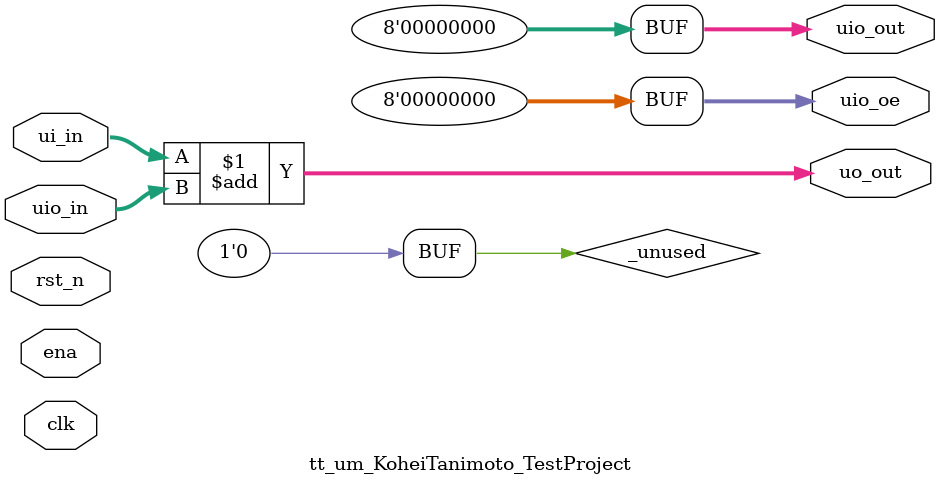
<source format=v>
/*
 * Copyright (c) 2024 Your Name
 * SPDX-License-Identifier: Apache-2.0
 */

`default_nettype none

module tt_um_KoheiTanimoto_TestProject (
    input  wire [7:0] ui_in,    // Dedicated inputs
    output wire [7:0] uo_out,   // Dedicated outputs
    input  wire [7:0] uio_in,   // IOs: Input path
    output wire [7:0] uio_out,  // IOs: Output path
    output wire [7:0] uio_oe,   // IOs: Enable path (active high: 0=input, 1=output)
    input  wire       ena,      // always 1 when the design is powered, so you can ignore it
    input  wire       clk,      // clock
    input  wire       rst_n     // reset_n - low to reset
);

  // All output pins must be assigned. If not used, assign to 0.
  assign uo_out  = ui_in + uio_in;  // Example: ou_out is the sum of ui_in and uio_in
  assign uio_out = 0;
  assign uio_oe  = 0;

  // List all unused inputs to prevent warnings
  wire _unused = &{ena, clk, rst_n, 1'b0};

endmodule

</source>
